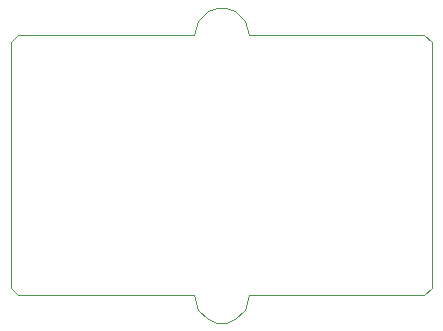
<source format=gbr>
G04 #@! TF.GenerationSoftware,KiCad,Pcbnew,(5.1.4-0)*
G04 #@! TF.CreationDate,2019-10-27T21:20:05-04:00*
G04 #@! TF.ProjectId,DifferentialSPIEncoder,44696666-6572-4656-9e74-69616c535049,rev?*
G04 #@! TF.SameCoordinates,Original*
G04 #@! TF.FileFunction,Profile,NP*
%FSLAX46Y46*%
G04 Gerber Fmt 4.6, Leading zero omitted, Abs format (unit mm)*
G04 Created by KiCad (PCBNEW (5.1.4-0)) date 2019-10-27 21:20:05*
%MOMM*%
%LPD*%
G04 APERTURE LIST*
%ADD10C,0.100000*%
G04 APERTURE END LIST*
D10*
X115081864Y-78221693D02*
X115431000Y-76989200D01*
X114221650Y-79043808D02*
X115081864Y-78221693D01*
X113443780Y-79311029D02*
X114221650Y-79043808D01*
X112718219Y-79311029D02*
X113443780Y-79311029D01*
X111940349Y-79043808D02*
X112718219Y-79311029D01*
X111080135Y-78221693D02*
X111940349Y-79043808D01*
X110731000Y-76989200D02*
X111080135Y-78221693D01*
X95886172Y-76989200D02*
X110731000Y-76989200D01*
X95280149Y-76383177D02*
X95886172Y-76989200D01*
X95280149Y-55595222D02*
X95280149Y-76383177D01*
X95886172Y-54989200D02*
X95280149Y-55595222D01*
X110731000Y-54989200D02*
X95886172Y-54989200D01*
X111080135Y-53756706D02*
X110731000Y-54989200D01*
X111940349Y-52934591D02*
X111080135Y-53756706D01*
X112718219Y-52667370D02*
X111940349Y-52934591D01*
X113443780Y-52667370D02*
X112718219Y-52667370D01*
X114221650Y-52934591D02*
X113443780Y-52667370D01*
X115081864Y-53756706D02*
X114221650Y-52934591D01*
X115431000Y-54989200D02*
X115081864Y-53756706D01*
X130275827Y-54989200D02*
X115431000Y-54989200D01*
X130881849Y-55595222D02*
X130275827Y-54989200D01*
X130881849Y-76383177D02*
X130881849Y-55595222D01*
X130275827Y-76989200D02*
X130881849Y-76383177D01*
X115431000Y-76989200D02*
X130275827Y-76989200D01*
M02*

</source>
